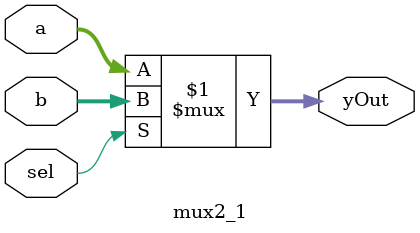
<source format=sv>
module mux2_1 
	#( parameter N = 4 )
	 ( input logic [N-1:0] a,b,
		input logic         sel,
	  output logic [N-1:0] yOut );
	  
	assign yOut = sel ? b : a;

endmodule	
</source>
